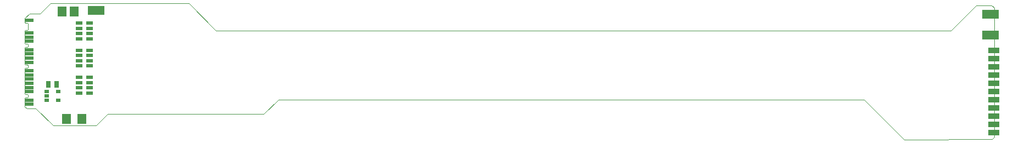
<source format=gts>
G04 EAGLE Gerber X2 export*
%TF.Part,Single*%
%TF.FileFunction,Other,solder mask top*%
%TF.FilePolarity,Positive*%
%TF.GenerationSoftware,Autodesk,EAGLE,9.5.2*%
%TF.CreationDate,2020-03-15T17:58:39Z*%
G75*
%MOMM*%
%FSLAX34Y34*%
%LPD*%
%INsolder mask top*%
%AMOC8*
5,1,8,0,0,1.08239X$1,22.5*%
G01*
%ADD10C,0.000000*%
%ADD11R,1.000000X0.600000*%
%ADD12R,1.371600X1.625600*%
%ADD13R,1.451600X0.551600*%
%ADD14R,1.701600X0.901600*%
%ADD15R,2.641600X1.371600*%
%ADD16R,1.401600X1.601600*%
%ADD17R,0.801600X1.001600*%
%ADD18R,0.801600X0.501600*%


D10*
X0Y-23000D02*
X3000Y-26000D01*
X17000Y-26000D01*
X39750Y136500D02*
X252500Y136500D01*
X39750Y136500D02*
X23750Y120500D01*
X7000Y120500D01*
X0Y113500D01*
X0Y107500D01*
X0Y94000D02*
X0Y75000D01*
X1000Y74000D01*
X4000Y74000D01*
X5000Y73000D01*
X5000Y70000D02*
X4000Y69000D01*
X1000Y69000D01*
X0Y68000D01*
X5000Y70000D02*
X5000Y73000D01*
X0Y68000D02*
X0Y42500D01*
X1000Y41500D01*
X4000Y41500D01*
X5000Y40500D01*
X5000Y37500D02*
X4000Y36500D01*
X1000Y36500D01*
X0Y35500D01*
X5000Y37500D02*
X5000Y40500D01*
X0Y-10000D02*
X0Y-23000D01*
X0Y-3000D02*
X0Y35500D01*
X0Y-3000D02*
X1000Y-4000D01*
X4000Y-4000D02*
X5000Y-5000D01*
X4000Y-4000D02*
X1000Y-4000D01*
X5000Y-5000D02*
X5000Y-8000D01*
X4000Y-9000D01*
X1000Y-9000D01*
X0Y-10000D01*
X1000Y106500D02*
X0Y107500D01*
X1000Y106500D02*
X4000Y106500D01*
X5000Y105500D01*
X5000Y96000D01*
X4000Y95000D01*
X1000Y95000D01*
X0Y94000D01*
X252500Y136500D02*
X294500Y94500D01*
X1427610Y94500D01*
X1466610Y133500D01*
X1490010Y133500D01*
X1494000Y129500D01*
X1494000Y-70000D01*
X1490500Y-73500D01*
X1355000Y-74000D01*
X1293500Y-12500D01*
X390500Y-12000D01*
X368000Y-34500D01*
X128000Y-34500D01*
X110000Y-52500D01*
X43500Y-52500D01*
X17000Y-26000D01*
D11*
X83500Y106000D03*
X83500Y98000D03*
X83500Y90000D03*
X83500Y82000D03*
X99500Y82000D03*
X99500Y90000D03*
X99500Y98000D03*
X99500Y106000D03*
X83500Y64000D03*
X83500Y56000D03*
X83500Y48000D03*
X83500Y40000D03*
X99500Y40000D03*
X99500Y48000D03*
X99500Y56000D03*
X99500Y64000D03*
X83500Y22000D03*
X83500Y14000D03*
X83500Y6000D03*
X83500Y-2000D03*
X99500Y-2000D03*
X99500Y6000D03*
X99500Y14000D03*
X99500Y22000D03*
D12*
X64000Y-42250D03*
X88000Y-41750D03*
D13*
X6500Y0D03*
X6500Y6500D03*
X6500Y19500D03*
X6500Y26000D03*
X6500Y32500D03*
X6500Y45500D03*
X6500Y52000D03*
X6500Y58500D03*
X6500Y65000D03*
X6500Y78000D03*
X6500Y84500D03*
X6500Y91000D03*
X6500Y-19500D03*
X6500Y110500D03*
D14*
X1493690Y38110D03*
X1493690Y-63490D03*
X1493690Y-50790D03*
X1493690Y-38090D03*
X1493690Y-25390D03*
X1493690Y-12690D03*
X1493690Y10D03*
X1493690Y12710D03*
X1493690Y25410D03*
D15*
X1488610Y87640D03*
X1488610Y119390D03*
D14*
X1493690Y50810D03*
X1493690Y63510D03*
D15*
X109650Y125940D03*
D16*
X76000Y124000D03*
X57000Y124000D03*
D13*
X6500Y-13000D03*
X6500Y13000D03*
D17*
X36000Y11000D03*
X49000Y11000D03*
D18*
X34000Y0D03*
X34000Y-6500D03*
X34000Y-13000D03*
X51000Y-13000D03*
X51000Y0D03*
M02*

</source>
